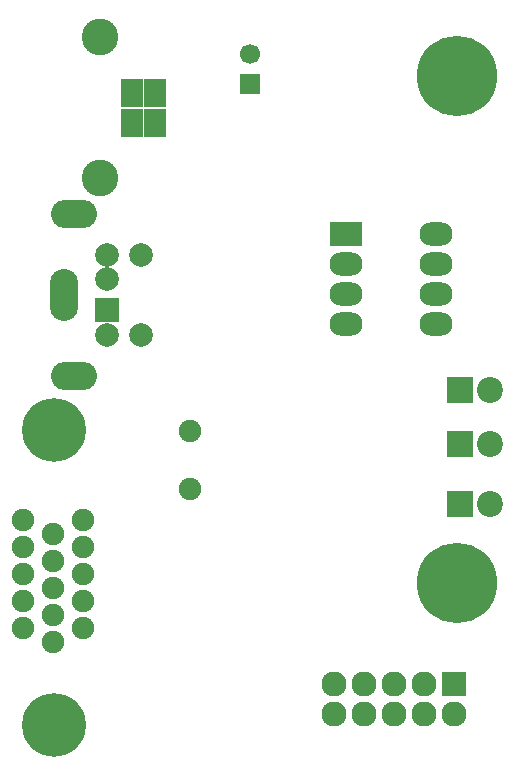
<source format=gbs>
G04 #@! TF.FileFunction,Soldermask,Bot*
%FSLAX46Y46*%
G04 Gerber Fmt 4.6, Leading zero omitted, Abs format (unit mm)*
G04 Created by KiCad (PCBNEW 4.0.7-e2-6376~58~ubuntu16.04.1) date Sun Jan 24 13:39:57 2021*
%MOMM*%
%LPD*%
G01*
G04 APERTURE LIST*
%ADD10C,0.100000*%
%ADD11C,1.901140*%
%ADD12R,1.700000X1.700000*%
%ADD13C,1.700000*%
%ADD14R,2.200000X2.200000*%
%ADD15C,2.200000*%
%ADD16R,1.924000X2.432000*%
%ADD17C,3.100020*%
%ADD18O,3.900000X2.400000*%
%ADD19R,2.000000X2.000000*%
%ADD20C,2.000000*%
%ADD21O,2.400000X4.400000*%
%ADD22R,2.127200X2.127200*%
%ADD23O,2.127200X2.127200*%
%ADD24C,6.800000*%
%ADD25R,2.800000X2.000000*%
%ADD26O,2.800000X2.000000*%
%ADD27C,5.401260*%
%ADD28C,1.900000*%
G04 APERTURE END LIST*
D10*
D11*
X15748000Y-35532060D03*
X15748000Y-40413940D03*
D12*
X20828000Y-6096000D03*
D13*
X20828000Y-3596000D03*
D14*
X38608000Y-32004000D03*
D15*
X41148000Y-32004000D03*
D14*
X38608000Y-36576000D03*
D15*
X41148000Y-36576000D03*
D14*
X38608000Y-41656000D03*
D15*
X41148000Y-41656000D03*
D16*
X12827000Y-9398000D03*
X12827000Y-6858000D03*
X10828020Y-6858000D03*
X10828020Y-9398000D03*
D17*
X8128000Y-14127480D03*
X8128000Y-2128520D03*
D18*
X5913000Y-17123000D03*
X5913000Y-30823000D03*
D19*
X8763000Y-25273000D03*
D20*
X8763000Y-22673000D03*
X8763000Y-27373000D03*
X8763000Y-20573000D03*
X11563000Y-27373000D03*
X11563000Y-20573000D03*
D21*
X5113000Y-23973000D03*
D22*
X38100000Y-56896000D03*
D23*
X38100000Y-59436000D03*
X35560000Y-56896000D03*
X35560000Y-59436000D03*
X33020000Y-56896000D03*
X33020000Y-59436000D03*
X30480000Y-56896000D03*
X30480000Y-59436000D03*
X27940000Y-56896000D03*
X27940000Y-59436000D03*
D24*
X38354000Y-48387000D03*
X38354000Y-5461000D03*
D25*
X28956000Y-18796000D03*
D26*
X36576000Y-26416000D03*
X28956000Y-21336000D03*
X36576000Y-23876000D03*
X28956000Y-23876000D03*
X36576000Y-21336000D03*
X28956000Y-26416000D03*
X36576000Y-18796000D03*
D27*
X4249420Y-60373260D03*
D28*
X6731000Y-52197000D03*
D27*
X4249420Y-35384740D03*
D28*
X6731000Y-49911000D03*
X6731000Y-47625000D03*
X6731000Y-45339000D03*
X6731000Y-43053000D03*
X4191000Y-53340000D03*
X4191000Y-51054000D03*
X4191000Y-48768000D03*
X4191000Y-46482000D03*
X4191000Y-44196000D03*
X1651000Y-52197000D03*
X1651000Y-49911000D03*
X1651000Y-47625000D03*
X1651000Y-45339000D03*
X1651000Y-43053000D03*
M02*

</source>
